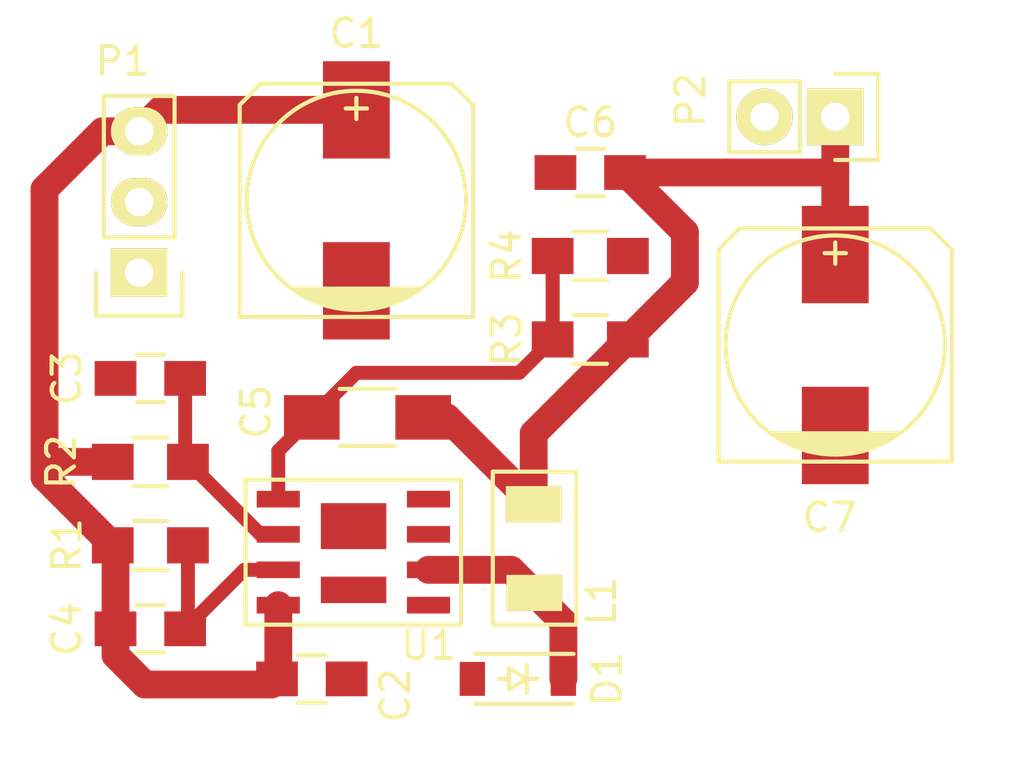
<source format=kicad_pcb>
(kicad_pcb (version 4) (host pcbnew 4.0.2-stable)

  (general
    (links 29)
    (no_connects 9)
    (area 134.699999 78.875 168.575001 105.975)
    (thickness 1.6)
    (drawings 0)
    (tracks 43)
    (zones 0)
    (modules 16)
    (nets 8)
  )

  (page A4)
  (layers
    (0 F.Cu signal)
    (31 B.Cu signal)
    (32 B.Adhes user)
    (33 F.Adhes user)
    (34 B.Paste user)
    (35 F.Paste user)
    (36 B.SilkS user)
    (37 F.SilkS user)
    (38 B.Mask user)
    (39 F.Mask user)
    (40 Dwgs.User user)
    (41 Cmts.User user)
    (42 Eco1.User user)
    (43 Eco2.User user)
    (44 Edge.Cuts user)
    (45 Margin user)
    (46 B.CrtYd user)
    (47 F.CrtYd user)
    (48 B.Fab user)
    (49 F.Fab user)
  )

  (setup
    (last_trace_width 0.5)
    (trace_clearance 0.2)
    (zone_clearance 0.508)
    (zone_45_only no)
    (trace_min 0.2)
    (segment_width 0.2)
    (edge_width 0.15)
    (via_size 0.6)
    (via_drill 0.4)
    (via_min_size 0.4)
    (via_min_drill 0.3)
    (uvia_size 0.3)
    (uvia_drill 0.1)
    (uvias_allowed no)
    (uvia_min_size 0.2)
    (uvia_min_drill 0.1)
    (pcb_text_width 0.3)
    (pcb_text_size 1.5 1.5)
    (mod_edge_width 0.15)
    (mod_text_size 1 1)
    (mod_text_width 0.15)
    (pad_size 1.524 1.524)
    (pad_drill 0.762)
    (pad_to_mask_clearance 0.2)
    (aux_axis_origin 0 0)
    (visible_elements 7FFFFFFF)
    (pcbplotparams
      (layerselection 0x00030_80000001)
      (usegerberextensions false)
      (excludeedgelayer true)
      (linewidth 0.100000)
      (plotframeref false)
      (viasonmask false)
      (mode 1)
      (useauxorigin false)
      (hpglpennumber 1)
      (hpglpenspeed 20)
      (hpglpendiameter 15)
      (hpglpenoverlay 2)
      (psnegative false)
      (psa4output false)
      (plotreference true)
      (plotvalue true)
      (plotinvisibletext false)
      (padsonsilk false)
      (subtractmaskfromsilk false)
      (outputformat 1)
      (mirror false)
      (drillshape 1)
      (scaleselection 1)
      (outputdirectory ""))
  )

  (net 0 "")
  (net 1 GND)
  (net 2 /vcc-in)
  (net 3 "Net-(C3-Pad1)")
  (net 4 "Net-(C4-Pad2)")
  (net 5 /Output)
  (net 6 "Net-(C5-Pad2)")
  (net 7 /OutputPower)

  (net_class Default "This is the default net class."
    (clearance 0.2)
    (trace_width 0.5)
    (via_dia 0.6)
    (via_drill 0.4)
    (uvia_dia 0.3)
    (uvia_drill 0.1)
    (add_net GND)
    (add_net "Net-(C3-Pad1)")
    (add_net "Net-(C4-Pad2)")
    (add_net "Net-(C5-Pad2)")
  )

  (net_class Output ""
    (clearance 0.2)
    (trace_width 1)
    (via_dia 0.6)
    (via_drill 0.4)
    (uvia_dia 0.3)
    (uvia_drill 0.1)
    (add_net /Output)
  )

  (net_class OutputPower ""
    (clearance 0.2)
    (trace_width 1)
    (via_dia 0.6)
    (via_drill 0.4)
    (uvia_dia 0.3)
    (uvia_drill 0.1)
    (add_net /OutputPower)
  )

  (net_class power ""
    (clearance 0.2)
    (trace_width 1)
    (via_dia 0.6)
    (via_drill 0.4)
    (uvia_dia 0.3)
    (uvia_drill 0.1)
    (add_net /vcc-in)
  )

  (module Diodes_SMD:SOD-123 (layer F.Cu) (tedit 57496EA8) (tstamp 573574E9)
    (at 152.4 103.2 180)
    (descr SOD-123)
    (tags SOD-123)
    (path /570F4FE9)
    (attr smd)
    (fp_text reference D1 (at -3.2 0 450) (layer F.SilkS)
      (effects (font (size 1 1) (thickness 0.15)))
    )
    (fp_text value D_Schottky (at -1.6 -1.8 180) (layer F.Fab)
      (effects (font (size 1 1) (thickness 0.15)))
    )
    (fp_line (start 0.3175 0) (end 0.6985 0) (layer F.SilkS) (width 0.15))
    (fp_line (start -0.6985 0) (end -0.3175 0) (layer F.SilkS) (width 0.15))
    (fp_line (start -0.3175 0) (end 0.3175 -0.381) (layer F.SilkS) (width 0.15))
    (fp_line (start 0.3175 -0.381) (end 0.3175 0.381) (layer F.SilkS) (width 0.15))
    (fp_line (start 0.3175 0.381) (end -0.3175 0) (layer F.SilkS) (width 0.15))
    (fp_line (start -0.3175 -0.508) (end -0.3175 0.508) (layer F.SilkS) (width 0.15))
    (fp_line (start -2.25 -1.05) (end 2.25 -1.05) (layer F.CrtYd) (width 0.05))
    (fp_line (start 2.25 -1.05) (end 2.25 1.05) (layer F.CrtYd) (width 0.05))
    (fp_line (start 2.25 1.05) (end -2.25 1.05) (layer F.CrtYd) (width 0.05))
    (fp_line (start -2.25 -1.05) (end -2.25 1.05) (layer F.CrtYd) (width 0.05))
    (fp_line (start -2 0.9) (end 1.54 0.9) (layer F.SilkS) (width 0.15))
    (fp_line (start -2 -0.9) (end 1.54 -0.9) (layer F.SilkS) (width 0.15))
    (pad 1 smd rect (at -1.635 0 180) (size 0.91 1.22) (layers F.Cu F.Paste F.Mask)
      (net 7 /OutputPower))
    (pad 2 smd rect (at 1.635 0 180) (size 0.91 1.22) (layers F.Cu F.Paste F.Mask)
      (net 1 GND))
  )

  (module Socket_Strips:Socket_Strip_Straight_1x02 (layer F.Cu) (tedit 574952A6) (tstamp 57357518)
    (at 163.8 83 180)
    (descr "Through hole socket strip")
    (tags "socket strip")
    (path /570F6D37)
    (fp_text reference P2 (at 5.2 0.6 270) (layer F.SilkS)
      (effects (font (size 1 1) (thickness 0.15)))
    )
    (fp_text value CONN_01X02 (at 0.4 2.6 180) (layer F.Fab)
      (effects (font (size 1 1) (thickness 0.15)))
    )
    (fp_line (start -1.55 1.55) (end 0 1.55) (layer F.SilkS) (width 0.15))
    (fp_line (start 3.81 1.27) (end 1.27 1.27) (layer F.SilkS) (width 0.15))
    (fp_line (start -1.75 -1.75) (end -1.75 1.75) (layer F.CrtYd) (width 0.05))
    (fp_line (start 4.3 -1.75) (end 4.3 1.75) (layer F.CrtYd) (width 0.05))
    (fp_line (start -1.75 -1.75) (end 4.3 -1.75) (layer F.CrtYd) (width 0.05))
    (fp_line (start -1.75 1.75) (end 4.3 1.75) (layer F.CrtYd) (width 0.05))
    (fp_line (start 1.27 1.27) (end 1.27 -1.27) (layer F.SilkS) (width 0.15))
    (fp_line (start 0 -1.55) (end -1.55 -1.55) (layer F.SilkS) (width 0.15))
    (fp_line (start -1.55 -1.55) (end -1.55 1.55) (layer F.SilkS) (width 0.15))
    (fp_line (start 1.27 -1.27) (end 3.81 -1.27) (layer F.SilkS) (width 0.15))
    (fp_line (start 3.81 -1.27) (end 3.81 1.27) (layer F.SilkS) (width 0.15))
    (pad 1 thru_hole rect (at 0 0 180) (size 2.032 2.032) (drill 1.016) (layers *.Cu *.Mask F.SilkS)
      (net 5 /Output))
    (pad 2 thru_hole oval (at 2.54 0 180) (size 2.032 2.032) (drill 1.016) (layers *.Cu *.Mask F.SilkS)
      (net 1 GND))
    (model Socket_Strips.3dshapes/Socket_Strip_Straight_1x02.wrl
      (at (xyz 0.05 0 0))
      (scale (xyz 1 1 1))
      (rotate (xyz 0 0 180))
    )
  )

  (module footprint:Inductor1 (layer F.Cu) (tedit 57496E7C) (tstamp 57357810)
    (at 150 102)
    (path /57359ADC)
    (fp_text reference L1 (at 5.4 -1.6 90) (layer F.SilkS)
      (effects (font (size 1 1) (thickness 0.15)))
    )
    (fp_text value INDUCTOR (at 6.8 -4 90) (layer F.Fab)
      (effects (font (size 1 1) (thickness 0.15)))
    )
    (fp_line (start 1.5 -6) (end 1.5 -6.25) (layer F.SilkS) (width 0.15))
    (fp_line (start 4.5 -6) (end 4.5 -6.25) (layer F.SilkS) (width 0.15))
    (fp_line (start 1.5 -6) (end 1.5 -1) (layer F.SilkS) (width 0.15))
    (fp_line (start 1.5 -1) (end 1.5 -0.75) (layer F.SilkS) (width 0.15))
    (fp_line (start 1.5 -0.75) (end 4.5 -0.75) (layer F.SilkS) (width 0.15))
    (fp_line (start 4.5 -0.75) (end 4.5 -6) (layer F.SilkS) (width 0.15))
    (fp_line (start 4.5 -6.25) (end 1.5 -6.25) (layer F.SilkS) (width 0.15))
    (pad 1 smd rect (at 2.97 -5.08) (size 2 1.3) (layers F.Cu F.Paste F.SilkS F.Mask)
      (net 5 /Output))
    (pad 2 smd rect (at 2.99 -1.89) (size 2 1.3) (layers F.Cu F.Paste F.SilkS F.Mask)
      (net 7 /OutputPower))
  )

  (module footprint:BuckConv (layer F.Cu) (tedit 57496E94) (tstamp 57359DAF)
    (at 142.24 102.87)
    (path /570F4DEE)
    (fp_text reference U1 (at 6.96 -0.87) (layer F.SilkS)
      (effects (font (size 1 1) (thickness 0.15)))
    )
    (fp_text value AP_1539 (at 5.26 -7.62) (layer F.Fab)
      (effects (font (size 1 1) (thickness 0.15)))
    )
    (fp_line (start 0.78 -6.83) (end 0.38 -6.83) (layer F.SilkS) (width 0.15))
    (fp_line (start 0.38 -6.83) (end 0.38 -1.62) (layer F.SilkS) (width 0.15))
    (fp_line (start 0.38 -1.62) (end 0.78 -1.62) (layer F.SilkS) (width 0.15))
    (fp_line (start 8.12 -6.43) (end 8.12 -6.83) (layer F.SilkS) (width 0.15))
    (fp_line (start 8.12 -6.83) (end 0.78 -6.83) (layer F.SilkS) (width 0.15))
    (fp_line (start 7.72 -1.62) (end 8.12 -1.62) (layer F.SilkS) (width 0.15))
    (fp_line (start 8.12 -1.62) (end 8.12 -6.43) (layer F.SilkS) (width 0.15))
    (fp_line (start 0.79 -1.62) (end 7.71 -1.62) (layer F.SilkS) (width 0.15))
    (pad 1 smd rect (at 1.555 -6.13) (size 1.55 0.6) (layers F.Cu F.Paste F.Mask)
      (net 6 "Net-(C5-Pad2)"))
    (pad 2 smd rect (at 1.555 -4.865) (size 1.55 0.6) (layers F.Cu F.Paste F.Mask)
      (net 3 "Net-(C3-Pad1)"))
    (pad 3 smd rect (at 1.555 -3.59) (size 1.55 0.6) (layers F.Cu F.Paste F.Mask)
      (net 4 "Net-(C4-Pad2)"))
    (pad 4 smd rect (at 1.555 -2.32) (size 1.55 0.6) (layers F.Cu F.Paste F.Mask)
      (net 2 /vcc-in))
    (pad 8 smd rect (at 6.95 -6.13) (size 1.55 0.6) (layers F.Cu F.Paste F.Mask))
    (pad 7 smd rect (at 6.95 -4.865) (size 1.55 0.6) (layers F.Cu F.Paste F.Mask)
      (net 1 GND))
    (pad 6 smd rect (at 6.95 -3.59) (size 1.55 0.6) (layers F.Cu F.Paste F.Mask)
      (net 7 /OutputPower))
    (pad 5 smd rect (at 6.95 -2.32) (size 1.55 0.6) (layers F.Cu F.Paste F.Mask))
    (pad 9 smd rect (at 4.26 -5.16) (size 2.35 1.65) (layers F.Cu F.Paste F.Mask))
    (pad 10 smd rect (at 4.26 -2.87) (size 2.35 0.95) (layers F.Cu F.Paste F.Mask))
  )

  (module Capacitors_SMD:c_elec_8x10 (layer F.Cu) (tedit 574961DE) (tstamp 574922A8)
    (at 146.6 86 90)
    (descr "SMT capacitor, aluminium electrolytic, 8x10")
    (path /570F3913)
    (attr smd)
    (fp_text reference C1 (at 6 0 180) (layer F.SilkS)
      (effects (font (size 1 1) (thickness 0.15)))
    )
    (fp_text value 470u (at 6 2.8 180) (layer F.Fab)
      (effects (font (size 1 1) (thickness 0.15)))
    )
    (fp_line (start -5.35 -4.55) (end 5.35 -4.55) (layer F.CrtYd) (width 0.05))
    (fp_line (start 5.35 -4.55) (end 5.35 4.55) (layer F.CrtYd) (width 0.05))
    (fp_line (start 5.35 4.55) (end -5.35 4.55) (layer F.CrtYd) (width 0.05))
    (fp_line (start -5.35 4.55) (end -5.35 -4.55) (layer F.CrtYd) (width 0.05))
    (fp_line (start -3.81 -1.016) (end -3.81 1.016) (layer F.SilkS) (width 0.15))
    (fp_line (start -3.683 1.397) (end -3.683 -1.397) (layer F.SilkS) (width 0.15))
    (fp_line (start -3.556 -1.651) (end -3.556 1.651) (layer F.SilkS) (width 0.15))
    (fp_line (start -3.429 1.905) (end -3.429 -1.905) (layer F.SilkS) (width 0.15))
    (fp_line (start -3.302 2.032) (end -3.302 -2.032) (layer F.SilkS) (width 0.15))
    (fp_line (start -3.175 -2.286) (end -3.175 2.286) (layer F.SilkS) (width 0.15))
    (fp_line (start -4.191 -4.191) (end -4.191 4.191) (layer F.SilkS) (width 0.15))
    (fp_line (start -4.191 4.191) (end 3.429 4.191) (layer F.SilkS) (width 0.15))
    (fp_line (start 3.429 4.191) (end 4.191 3.429) (layer F.SilkS) (width 0.15))
    (fp_line (start 4.191 3.429) (end 4.191 -3.429) (layer F.SilkS) (width 0.15))
    (fp_line (start 4.191 -3.429) (end 3.429 -4.191) (layer F.SilkS) (width 0.15))
    (fp_line (start 3.429 -4.191) (end -4.191 -4.191) (layer F.SilkS) (width 0.15))
    (fp_line (start 3.683 0) (end 2.921 0) (layer F.SilkS) (width 0.15))
    (fp_line (start 3.302 -0.381) (end 3.302 0.381) (layer F.SilkS) (width 0.15))
    (fp_circle (center 0 0) (end 3.937 0) (layer F.SilkS) (width 0.15))
    (pad 1 smd rect (at 3.2512 0 90) (size 3.50012 2.4003) (layers F.Cu F.Paste F.Mask)
      (net 2 /vcc-in))
    (pad 2 smd rect (at -3.2512 0 90) (size 3.50012 2.4003) (layers F.Cu F.Paste F.Mask)
      (net 1 GND))
    (model Capacitors_SMD.3dshapes/c_elec_8x10.wrl
      (at (xyz 0 0 0))
      (scale (xyz 1 1 1))
      (rotate (xyz 0 0 0))
    )
  )

  (module Capacitors_SMD:C_0805_HandSoldering (layer F.Cu) (tedit 57496E99) (tstamp 574922B2)
    (at 145 103.2)
    (descr "Capacitor SMD 0805, hand soldering")
    (tags "capacitor 0805")
    (path /570F395F)
    (attr smd)
    (fp_text reference C2 (at 3 0.6 90) (layer F.SilkS)
      (effects (font (size 1 1) (thickness 0.15)))
    )
    (fp_text value 0.1u (at 0.6 1.8) (layer F.Fab)
      (effects (font (size 1 1) (thickness 0.15)))
    )
    (fp_line (start -2.3 -1) (end 2.3 -1) (layer F.CrtYd) (width 0.05))
    (fp_line (start -2.3 1) (end 2.3 1) (layer F.CrtYd) (width 0.05))
    (fp_line (start -2.3 -1) (end -2.3 1) (layer F.CrtYd) (width 0.05))
    (fp_line (start 2.3 -1) (end 2.3 1) (layer F.CrtYd) (width 0.05))
    (fp_line (start 0.5 -0.85) (end -0.5 -0.85) (layer F.SilkS) (width 0.15))
    (fp_line (start -0.5 0.85) (end 0.5 0.85) (layer F.SilkS) (width 0.15))
    (pad 1 smd rect (at -1.25 0) (size 1.5 1.25) (layers F.Cu F.Paste F.Mask)
      (net 2 /vcc-in))
    (pad 2 smd rect (at 1.25 0) (size 1.5 1.25) (layers F.Cu F.Paste F.Mask)
      (net 1 GND))
    (model Capacitors_SMD.3dshapes/C_0805_HandSoldering.wrl
      (at (xyz 0 0 0))
      (scale (xyz 1 1 1))
      (rotate (xyz 0 0 0))
    )
  )

  (module Capacitors_SMD:C_0805_HandSoldering (layer F.Cu) (tedit 57493E00) (tstamp 574922B8)
    (at 139.2 92.4 180)
    (descr "Capacitor SMD 0805, hand soldering")
    (tags "capacitor 0805")
    (path /570F3986)
    (attr smd)
    (fp_text reference C3 (at 3 0 450) (layer F.SilkS)
      (effects (font (size 1 1) (thickness 0.15)))
    )
    (fp_text value 0.1u (at -0.6 -1.6 180) (layer F.Fab)
      (effects (font (size 1 1) (thickness 0.15)))
    )
    (fp_line (start -2.3 -1) (end 2.3 -1) (layer F.CrtYd) (width 0.05))
    (fp_line (start -2.3 1) (end 2.3 1) (layer F.CrtYd) (width 0.05))
    (fp_line (start -2.3 -1) (end -2.3 1) (layer F.CrtYd) (width 0.05))
    (fp_line (start 2.3 -1) (end 2.3 1) (layer F.CrtYd) (width 0.05))
    (fp_line (start 0.5 -0.85) (end -0.5 -0.85) (layer F.SilkS) (width 0.15))
    (fp_line (start -0.5 0.85) (end 0.5 0.85) (layer F.SilkS) (width 0.15))
    (pad 1 smd rect (at -1.25 0 180) (size 1.5 1.25) (layers F.Cu F.Paste F.Mask)
      (net 3 "Net-(C3-Pad1)"))
    (pad 2 smd rect (at 1.25 0 180) (size 1.5 1.25) (layers F.Cu F.Paste F.Mask)
      (net 1 GND))
    (model Capacitors_SMD.3dshapes/C_0805_HandSoldering.wrl
      (at (xyz 0 0 0))
      (scale (xyz 1 1 1))
      (rotate (xyz 0 0 0))
    )
  )

  (module Capacitors_SMD:C_0805_HandSoldering (layer F.Cu) (tedit 57494690) (tstamp 574922BE)
    (at 139.2 101.4)
    (descr "Capacitor SMD 0805, hand soldering")
    (tags "capacitor 0805")
    (path /570F39F5)
    (attr smd)
    (fp_text reference C4 (at -3 0 90) (layer F.SilkS)
      (effects (font (size 1 1) (thickness 0.15)))
    )
    (fp_text value 0.1u (at 0 2.1) (layer F.Fab)
      (effects (font (size 1 1) (thickness 0.15)))
    )
    (fp_line (start -2.3 -1) (end 2.3 -1) (layer F.CrtYd) (width 0.05))
    (fp_line (start -2.3 1) (end 2.3 1) (layer F.CrtYd) (width 0.05))
    (fp_line (start -2.3 -1) (end -2.3 1) (layer F.CrtYd) (width 0.05))
    (fp_line (start 2.3 -1) (end 2.3 1) (layer F.CrtYd) (width 0.05))
    (fp_line (start 0.5 -0.85) (end -0.5 -0.85) (layer F.SilkS) (width 0.15))
    (fp_line (start -0.5 0.85) (end 0.5 0.85) (layer F.SilkS) (width 0.15))
    (pad 1 smd rect (at -1.25 0) (size 1.5 1.25) (layers F.Cu F.Paste F.Mask)
      (net 2 /vcc-in))
    (pad 2 smd rect (at 1.25 0) (size 1.5 1.25) (layers F.Cu F.Paste F.Mask)
      (net 4 "Net-(C4-Pad2)"))
    (model Capacitors_SMD.3dshapes/C_0805_HandSoldering.wrl
      (at (xyz 0 0 0))
      (scale (xyz 1 1 1))
      (rotate (xyz 0 0 0))
    )
  )

  (module Capacitors_SMD:C_1206_HandSoldering (layer F.Cu) (tedit 57496E81) (tstamp 574922C4)
    (at 147 93.8 180)
    (descr "Capacitor SMD 1206, hand soldering")
    (tags "capacitor 1206")
    (path /570F5386)
    (attr smd)
    (fp_text reference C5 (at 4 0.2 270) (layer F.SilkS)
      (effects (font (size 1 1) (thickness 0.15)))
    )
    (fp_text value 5600p (at -5.8 0.2 180) (layer F.Fab)
      (effects (font (size 1 1) (thickness 0.15)))
    )
    (fp_line (start -3.3 -1.15) (end 3.3 -1.15) (layer F.CrtYd) (width 0.05))
    (fp_line (start -3.3 1.15) (end 3.3 1.15) (layer F.CrtYd) (width 0.05))
    (fp_line (start -3.3 -1.15) (end -3.3 1.15) (layer F.CrtYd) (width 0.05))
    (fp_line (start 3.3 -1.15) (end 3.3 1.15) (layer F.CrtYd) (width 0.05))
    (fp_line (start 1 -1.025) (end -1 -1.025) (layer F.SilkS) (width 0.15))
    (fp_line (start -1 1.025) (end 1 1.025) (layer F.SilkS) (width 0.15))
    (pad 1 smd rect (at -2 0 180) (size 2 1.6) (layers F.Cu F.Paste F.Mask)
      (net 5 /Output))
    (pad 2 smd rect (at 2 0 180) (size 2 1.6) (layers F.Cu F.Paste F.Mask)
      (net 6 "Net-(C5-Pad2)"))
    (model Capacitors_SMD.3dshapes/C_1206_HandSoldering.wrl
      (at (xyz 0 0 0))
      (scale (xyz 1 1 1))
      (rotate (xyz 0 0 0))
    )
  )

  (module Capacitors_SMD:C_0805_HandSoldering (layer F.Cu) (tedit 57495290) (tstamp 574922CA)
    (at 155 85 180)
    (descr "Capacitor SMD 0805, hand soldering")
    (tags "capacitor 0805")
    (path /570F53DD)
    (attr smd)
    (fp_text reference C6 (at 0 1.8 180) (layer F.SilkS)
      (effects (font (size 1 1) (thickness 0.15)))
    )
    (fp_text value 0.1u (at 3 0.6 270) (layer F.Fab)
      (effects (font (size 1 1) (thickness 0.15)))
    )
    (fp_line (start -2.3 -1) (end 2.3 -1) (layer F.CrtYd) (width 0.05))
    (fp_line (start -2.3 1) (end 2.3 1) (layer F.CrtYd) (width 0.05))
    (fp_line (start -2.3 -1) (end -2.3 1) (layer F.CrtYd) (width 0.05))
    (fp_line (start 2.3 -1) (end 2.3 1) (layer F.CrtYd) (width 0.05))
    (fp_line (start 0.5 -0.85) (end -0.5 -0.85) (layer F.SilkS) (width 0.15))
    (fp_line (start -0.5 0.85) (end 0.5 0.85) (layer F.SilkS) (width 0.15))
    (pad 1 smd rect (at -1.25 0 180) (size 1.5 1.25) (layers F.Cu F.Paste F.Mask)
      (net 5 /Output))
    (pad 2 smd rect (at 1.25 0 180) (size 1.5 1.25) (layers F.Cu F.Paste F.Mask)
      (net 1 GND))
    (model Capacitors_SMD.3dshapes/C_0805_HandSoldering.wrl
      (at (xyz 0 0 0))
      (scale (xyz 1 1 1))
      (rotate (xyz 0 0 0))
    )
  )

  (module Capacitors_SMD:c_elec_8x10.5 (layer F.Cu) (tedit 574952BB) (tstamp 574922D0)
    (at 163.8 91.2 90)
    (descr "SMT capacitor, aluminium electrolytic, 8x10.5")
    (path /570F5408)
    (attr smd)
    (fp_text reference C7 (at -6.2 -0.2 180) (layer F.SilkS)
      (effects (font (size 1 1) (thickness 0.15)))
    )
    (fp_text value 470u (at -6.2 2.6 180) (layer F.Fab)
      (effects (font (size 1 1) (thickness 0.15)))
    )
    (fp_line (start -5.35 -4.55) (end 5.35 -4.55) (layer F.CrtYd) (width 0.05))
    (fp_line (start 5.35 -4.55) (end 5.35 4.55) (layer F.CrtYd) (width 0.05))
    (fp_line (start 5.35 4.55) (end -5.35 4.55) (layer F.CrtYd) (width 0.05))
    (fp_line (start -5.35 4.55) (end -5.35 -4.55) (layer F.CrtYd) (width 0.05))
    (fp_line (start -3.81 -1.016) (end -3.81 1.016) (layer F.SilkS) (width 0.15))
    (fp_line (start -3.683 1.397) (end -3.683 -1.397) (layer F.SilkS) (width 0.15))
    (fp_line (start -3.556 -1.651) (end -3.556 1.651) (layer F.SilkS) (width 0.15))
    (fp_line (start -3.429 1.905) (end -3.429 -1.905) (layer F.SilkS) (width 0.15))
    (fp_line (start -3.302 2.032) (end -3.302 -2.032) (layer F.SilkS) (width 0.15))
    (fp_line (start -3.175 -2.286) (end -3.175 2.286) (layer F.SilkS) (width 0.15))
    (fp_line (start -4.191 -4.191) (end -4.191 4.191) (layer F.SilkS) (width 0.15))
    (fp_line (start -4.191 4.191) (end 3.429 4.191) (layer F.SilkS) (width 0.15))
    (fp_line (start 3.429 4.191) (end 4.191 3.429) (layer F.SilkS) (width 0.15))
    (fp_line (start 4.191 3.429) (end 4.191 -3.429) (layer F.SilkS) (width 0.15))
    (fp_line (start 4.191 -3.429) (end 3.429 -4.191) (layer F.SilkS) (width 0.15))
    (fp_line (start 3.429 -4.191) (end -4.191 -4.191) (layer F.SilkS) (width 0.15))
    (fp_line (start 3.683 0) (end 2.921 0) (layer F.SilkS) (width 0.15))
    (fp_line (start 3.302 -0.381) (end 3.302 0.381) (layer F.SilkS) (width 0.15))
    (fp_circle (center 0 0) (end 3.937 0) (layer F.SilkS) (width 0.15))
    (pad 1 smd rect (at 3.2512 0 90) (size 3.50012 2.4003) (layers F.Cu F.Paste F.Mask)
      (net 5 /Output))
    (pad 2 smd rect (at -3.2512 0 90) (size 3.50012 2.4003) (layers F.Cu F.Paste F.Mask)
      (net 1 GND))
    (model Capacitors_SMD.3dshapes/c_elec_8x10.5.wrl
      (at (xyz 0 0 0))
      (scale (xyz 1 1 1))
      (rotate (xyz 0 0 0))
    )
  )

  (module Pin_Headers:Pin_Header_Straight_1x03 (layer F.Cu) (tedit 574952AD) (tstamp 574922D1)
    (at 138.8 88.6 180)
    (descr "Through hole pin header")
    (tags "pin header")
    (path /57492A88)
    (fp_text reference P1 (at 0.6 7.6 180) (layer F.SilkS)
      (effects (font (size 1 1) (thickness 0.15)))
    )
    (fp_text value CONN_01X03 (at 2.4 2.6 270) (layer F.Fab)
      (effects (font (size 1 1) (thickness 0.15)))
    )
    (fp_line (start -1.75 -1.75) (end -1.75 6.85) (layer F.CrtYd) (width 0.05))
    (fp_line (start 1.75 -1.75) (end 1.75 6.85) (layer F.CrtYd) (width 0.05))
    (fp_line (start -1.75 -1.75) (end 1.75 -1.75) (layer F.CrtYd) (width 0.05))
    (fp_line (start -1.75 6.85) (end 1.75 6.85) (layer F.CrtYd) (width 0.05))
    (fp_line (start -1.27 1.27) (end -1.27 6.35) (layer F.SilkS) (width 0.15))
    (fp_line (start -1.27 6.35) (end 1.27 6.35) (layer F.SilkS) (width 0.15))
    (fp_line (start 1.27 6.35) (end 1.27 1.27) (layer F.SilkS) (width 0.15))
    (fp_line (start 1.55 -1.55) (end 1.55 0) (layer F.SilkS) (width 0.15))
    (fp_line (start 1.27 1.27) (end -1.27 1.27) (layer F.SilkS) (width 0.15))
    (fp_line (start -1.55 0) (end -1.55 -1.55) (layer F.SilkS) (width 0.15))
    (fp_line (start -1.55 -1.55) (end 1.55 -1.55) (layer F.SilkS) (width 0.15))
    (pad 1 thru_hole rect (at 0 0 180) (size 2.032 1.7272) (drill 1.016) (layers *.Cu *.Mask F.SilkS)
      (net 1 GND))
    (pad 2 thru_hole oval (at 0 2.54 180) (size 2.032 1.7272) (drill 1.016) (layers *.Cu *.Mask F.SilkS))
    (pad 3 thru_hole oval (at 0 5.08 180) (size 2.032 1.7272) (drill 1.016) (layers *.Cu *.Mask F.SilkS)
      (net 2 /vcc-in))
    (model Pin_Headers.3dshapes/Pin_Header_Straight_1x03.wrl
      (at (xyz 0 -0.1 0))
      (scale (xyz 1 1 1))
      (rotate (xyz 0 0 90))
    )
  )

  (module Resistors_SMD:R_0805_HandSoldering (layer F.Cu) (tedit 57494697) (tstamp 574922DC)
    (at 139.2 98.4)
    (descr "Resistor SMD 0805, hand soldering")
    (tags "resistor 0805")
    (path /570F3A22)
    (attr smd)
    (fp_text reference R1 (at -3 0 90) (layer F.SilkS)
      (effects (font (size 1 1) (thickness 0.15)))
    )
    (fp_text value 3.9k (at 0 2.1) (layer F.Fab)
      (effects (font (size 1 1) (thickness 0.15)))
    )
    (fp_line (start -2.4 -1) (end 2.4 -1) (layer F.CrtYd) (width 0.05))
    (fp_line (start -2.4 1) (end 2.4 1) (layer F.CrtYd) (width 0.05))
    (fp_line (start -2.4 -1) (end -2.4 1) (layer F.CrtYd) (width 0.05))
    (fp_line (start 2.4 -1) (end 2.4 1) (layer F.CrtYd) (width 0.05))
    (fp_line (start 0.6 0.875) (end -0.6 0.875) (layer F.SilkS) (width 0.15))
    (fp_line (start -0.6 -0.875) (end 0.6 -0.875) (layer F.SilkS) (width 0.15))
    (pad 1 smd rect (at -1.35 0) (size 1.5 1.3) (layers F.Cu F.Paste F.Mask)
      (net 2 /vcc-in))
    (pad 2 smd rect (at 1.35 0) (size 1.5 1.3) (layers F.Cu F.Paste F.Mask)
      (net 4 "Net-(C4-Pad2)"))
    (model Resistors_SMD.3dshapes/R_0805_HandSoldering.wrl
      (at (xyz 0 0 0))
      (scale (xyz 1 1 1))
      (rotate (xyz 0 0 0))
    )
  )

  (module Resistors_SMD:R_0805_HandSoldering (layer F.Cu) (tedit 57493E91) (tstamp 574922E2)
    (at 139.2 95.4)
    (descr "Resistor SMD 0805, hand soldering")
    (tags "resistor 0805")
    (path /570F3B14)
    (attr smd)
    (fp_text reference R2 (at -3.2 0 90) (layer F.SilkS)
      (effects (font (size 1 1) (thickness 0.15)))
    )
    (fp_text value 100k (at 0.4 1.6) (layer F.Fab)
      (effects (font (size 1 1) (thickness 0.15)))
    )
    (fp_line (start -2.4 -1) (end 2.4 -1) (layer F.CrtYd) (width 0.05))
    (fp_line (start -2.4 1) (end 2.4 1) (layer F.CrtYd) (width 0.05))
    (fp_line (start -2.4 -1) (end -2.4 1) (layer F.CrtYd) (width 0.05))
    (fp_line (start 2.4 -1) (end 2.4 1) (layer F.CrtYd) (width 0.05))
    (fp_line (start 0.6 0.875) (end -0.6 0.875) (layer F.SilkS) (width 0.15))
    (fp_line (start -0.6 -0.875) (end 0.6 -0.875) (layer F.SilkS) (width 0.15))
    (pad 1 smd rect (at -1.35 0) (size 1.5 1.3) (layers F.Cu F.Paste F.Mask)
      (net 2 /vcc-in))
    (pad 2 smd rect (at 1.35 0) (size 1.5 1.3) (layers F.Cu F.Paste F.Mask)
      (net 3 "Net-(C3-Pad1)"))
    (model Resistors_SMD.3dshapes/R_0805_HandSoldering.wrl
      (at (xyz 0 0 0))
      (scale (xyz 1 1 1))
      (rotate (xyz 0 0 0))
    )
  )

  (module Resistors_SMD:R_0805_HandSoldering (layer F.Cu) (tedit 574952CB) (tstamp 574922E8)
    (at 155 91 180)
    (descr "Resistor SMD 0805, hand soldering")
    (tags "resistor 0805")
    (path /570F5435)
    (attr smd)
    (fp_text reference R3 (at 3 0 270) (layer F.SilkS)
      (effects (font (size 1 1) (thickness 0.15)))
    )
    (fp_text value 6.8k (at -3.2 -0.2 270) (layer F.Fab)
      (effects (font (size 1 1) (thickness 0.15)))
    )
    (fp_line (start -2.4 -1) (end 2.4 -1) (layer F.CrtYd) (width 0.05))
    (fp_line (start -2.4 1) (end 2.4 1) (layer F.CrtYd) (width 0.05))
    (fp_line (start -2.4 -1) (end -2.4 1) (layer F.CrtYd) (width 0.05))
    (fp_line (start 2.4 -1) (end 2.4 1) (layer F.CrtYd) (width 0.05))
    (fp_line (start 0.6 0.875) (end -0.6 0.875) (layer F.SilkS) (width 0.15))
    (fp_line (start -0.6 -0.875) (end 0.6 -0.875) (layer F.SilkS) (width 0.15))
    (pad 1 smd rect (at -1.35 0 180) (size 1.5 1.3) (layers F.Cu F.Paste F.Mask)
      (net 5 /Output))
    (pad 2 smd rect (at 1.35 0 180) (size 1.5 1.3) (layers F.Cu F.Paste F.Mask)
      (net 6 "Net-(C5-Pad2)"))
    (model Resistors_SMD.3dshapes/R_0805_HandSoldering.wrl
      (at (xyz 0 0 0))
      (scale (xyz 1 1 1))
      (rotate (xyz 0 0 0))
    )
  )

  (module Resistors_SMD:R_0805_HandSoldering (layer F.Cu) (tedit 574952C6) (tstamp 574922EE)
    (at 155 88)
    (descr "Resistor SMD 0805, hand soldering")
    (tags "resistor 0805")
    (path /570F5471)
    (attr smd)
    (fp_text reference R4 (at -3 0 90) (layer F.SilkS)
      (effects (font (size 1 1) (thickness 0.15)))
    )
    (fp_text value 1.3k (at 3.2 -0.4 90) (layer F.Fab)
      (effects (font (size 1 1) (thickness 0.15)))
    )
    (fp_line (start -2.4 -1) (end 2.4 -1) (layer F.CrtYd) (width 0.05))
    (fp_line (start -2.4 1) (end 2.4 1) (layer F.CrtYd) (width 0.05))
    (fp_line (start -2.4 -1) (end -2.4 1) (layer F.CrtYd) (width 0.05))
    (fp_line (start 2.4 -1) (end 2.4 1) (layer F.CrtYd) (width 0.05))
    (fp_line (start 0.6 0.875) (end -0.6 0.875) (layer F.SilkS) (width 0.15))
    (fp_line (start -0.6 -0.875) (end 0.6 -0.875) (layer F.SilkS) (width 0.15))
    (pad 1 smd rect (at -1.35 0) (size 1.5 1.3) (layers F.Cu F.Paste F.Mask)
      (net 6 "Net-(C5-Pad2)"))
    (pad 2 smd rect (at 1.35 0) (size 1.5 1.3) (layers F.Cu F.Paste F.Mask)
      (net 1 GND))
    (model Resistors_SMD.3dshapes/R_0805_HandSoldering.wrl
      (at (xyz 0 0 0))
      (scale (xyz 1 1 1))
      (rotate (xyz 0 0 0))
    )
  )

  (segment (start 146.6 82.7488) (end 139.5712 82.7488) (width 1) (layer F.Cu) (net 2) (status 400000))
  (segment (start 139.5712 82.7488) (end 138.8 83.52) (width 1) (layer F.Cu) (net 2) (tstamp 57497131) (status 800000))
  (segment (start 138.8 83.52) (end 137.48 83.52) (width 1) (layer F.Cu) (net 2) (tstamp 57497137) (status 400000))
  (segment (start 137.48 83.52) (end 135.4 85.6) (width 1) (layer F.Cu) (net 2) (tstamp 57497138))
  (segment (start 135.4 85.6) (end 135.4 95.95) (width 1) (layer F.Cu) (net 2) (tstamp 57497143))
  (segment (start 137.85 95.4) (end 135.95 95.4) (width 1) (layer F.Cu) (net 2))
  (segment (start 135.95 95.4) (end 135.4 95.95) (width 1) (layer F.Cu) (net 2) (tstamp 57495A5F))
  (segment (start 135.4 95.95) (end 137.85 98.4) (width 1) (layer F.Cu) (net 2) (tstamp 574957EE))
  (segment (start 137.95 101.4) (end 137.95 102.35) (width 1) (layer F.Cu) (net 2))
  (segment (start 137.95 102.35) (end 139 103.4) (width 1) (layer F.Cu) (net 2) (tstamp 57495775))
  (segment (start 139 103.4) (end 143.55 103.4) (width 1) (layer F.Cu) (net 2) (tstamp 57495782))
  (segment (start 143.55 103.4) (end 143.795 103.155) (width 1) (layer F.Cu) (net 2) (tstamp 57495783))
  (segment (start 143.795 103.155) (end 143.795 100.55) (width 1) (layer F.Cu) (net 2) (tstamp 57495787))
  (segment (start 137.95 98.3) (end 137.95 101.4) (width 1) (layer F.Cu) (net 2) (tstamp 574941D0))
  (segment (start 137.95 101.4) (end 137.85 101.3) (width 0.5) (layer F.Cu) (net 2))
  (segment (start 140.45 92.4) (end 140.45 95.3) (width 0.5) (layer F.Cu) (net 3))
  (segment (start 140.45 95.3) (end 143.155 98.005) (width 0.5) (layer F.Cu) (net 3) (tstamp 57495907))
  (segment (start 143.155 98.005) (end 143.795 98.005) (width 0.5) (layer F.Cu) (net 3) (tstamp 57495909))
  (segment (start 143.79 98) (end 143.795 98.005) (width 0.5) (layer F.Cu) (net 3) (tstamp 573E9F46))
  (segment (start 140.55 98.4) (end 140.55 101.3) (width 0.5) (layer F.Cu) (net 4))
  (segment (start 140.55 101.3) (end 142.57 99.28) (width 0.5) (layer F.Cu) (net 4) (tstamp 574946BC))
  (segment (start 142.57 99.28) (end 143.795 99.28) (width 0.5) (layer F.Cu) (net 4) (tstamp 574946BD))
  (segment (start 149 93.8) (end 149.85 93.8) (width 1) (layer F.Cu) (net 5) (status C00000))
  (segment (start 149.85 93.8) (end 152.97 96.92) (width 1) (layer F.Cu) (net 5) (tstamp 57496F0B) (status C00000))
  (segment (start 152.97 96.92) (end 152.97 94.38) (width 1) (layer F.Cu) (net 5) (tstamp 57496F0C) (status 400000))
  (segment (start 152.97 94.38) (end 156.35 91) (width 1) (layer F.Cu) (net 5) (tstamp 57496F0D) (status 800000))
  (segment (start 156.25 85) (end 158.4 87.15) (width 1) (layer F.Cu) (net 5))
  (segment (start 158.4 87.15) (end 158.4 88.95) (width 1) (layer F.Cu) (net 5) (tstamp 57495553))
  (segment (start 158.4 88.95) (end 156.35 91) (width 1) (layer F.Cu) (net 5) (tstamp 57495556))
  (segment (start 156.25 85) (end 163.8 85) (width 1) (layer F.Cu) (net 5))
  (segment (start 163.8 83) (end 163.8 85) (width 1) (layer F.Cu) (net 5))
  (segment (start 163.8 85) (end 163.8 87.9488) (width 1) (layer F.Cu) (net 5) (tstamp 57495511))
  (segment (start 143.795 96.74) (end 143.795 95.005) (width 0.5) (layer F.Cu) (net 6) (status 400000))
  (segment (start 143.795 95.005) (end 145 93.8) (width 0.5) (layer F.Cu) (net 6) (tstamp 57496DE2) (status 800000))
  (segment (start 145 93.8) (end 146.6 92.2) (width 0.5) (layer F.Cu) (net 6) (tstamp 57496DE4) (status 400000))
  (segment (start 146.6 92.2) (end 152.45 92.2) (width 0.5) (layer F.Cu) (net 6) (tstamp 57496DE9))
  (segment (start 152.45 92.2) (end 153.65 91) (width 0.5) (layer F.Cu) (net 6) (tstamp 57496DF9) (status 800000))
  (segment (start 153.65 91) (end 153.65 88) (width 0.5) (layer F.Cu) (net 6) (tstamp 57496DFE) (status C00000))
  (segment (start 153.65 88) (end 153.65 91) (width 0.5) (layer F.Cu) (net 6))
  (segment (start 152.99 100.11) (end 154.035 101.155) (width 1) (layer F.Cu) (net 7) (status 400000))
  (segment (start 154.035 101.155) (end 154.035 103.2) (width 1) (layer F.Cu) (net 7) (tstamp 57496F14) (status 800000))
  (segment (start 149.19 99.28) (end 152.16 99.28) (width 1) (layer F.Cu) (net 7) (status 400000))
  (segment (start 152.16 99.28) (end 152.99 100.11) (width 1) (layer F.Cu) (net 7) (tstamp 57496F11) (status 800000))

  (zone (net 1) (net_name GND) (layer F.Cu) (tstamp 57497222) (hatch edge 0.508)
    (connect_pads (clearance 0.508))
    (min_thickness 0.254)
    (fill (arc_segments 16) (thermal_gap 0.508) (thermal_bridge_width 0.508))
    (polygon
      (pts
        (xy 133.8 78.8) (xy 133.8 106.8) (xy 170.6 106.8) (xy 170.6 78.8)
      )
    )
  )
)

</source>
